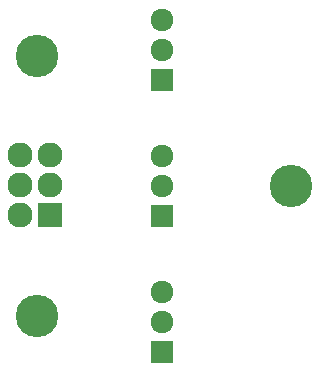
<source format=gbr>
G04 #@! TF.FileFunction,Soldermask,Bot*
%FSLAX46Y46*%
G04 Gerber Fmt 4.6, Leading zero omitted, Abs format (unit mm)*
G04 Created by KiCad (PCBNEW 4.0.4-stable) date 12/10/16 19:05:05*
%MOMM*%
%LPD*%
G01*
G04 APERTURE LIST*
%ADD10C,0.100000*%
%ADD11C,3.600000*%
%ADD12C,1.924000*%
%ADD13R,1.924000X1.924000*%
%ADD14R,2.127200X2.127200*%
%ADD15O,2.127200X2.127200*%
G04 APERTURE END LIST*
D10*
D11*
X264175000Y-140500000D03*
X242675000Y-151500000D03*
D12*
X253250000Y-129000000D03*
X253250000Y-126460000D03*
D13*
X253250000Y-131540000D03*
D14*
X243750000Y-143000000D03*
D15*
X241210000Y-143000000D03*
X243750000Y-140460000D03*
X241210000Y-140460000D03*
X243750000Y-137920000D03*
X241210000Y-137920000D03*
D12*
X253250000Y-140500000D03*
X253250000Y-137960000D03*
D13*
X253250000Y-143040000D03*
D12*
X253250000Y-152000000D03*
X253250000Y-149460000D03*
D13*
X253250000Y-154540000D03*
D11*
X242675000Y-129500000D03*
M02*

</source>
